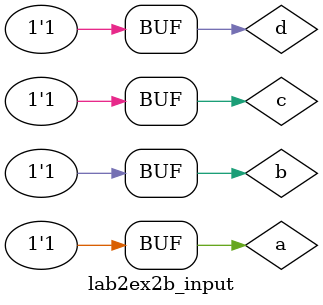
<source format=v>
`timescale 1ns/1ns
`include "lab2ex2b.v"

module lab2ex2b_input();
reg a,b,c,d;
wire f1,f2;
lab2ex2b uut(a,b,c,d,f1,f2);
initial begin

	$dumpfile("lab2ex2b_input.vcd");
	$dumpvars(0, lab2ex2b_input);
	a=0;b=0;c=0;d=0;
	#20;
	a=0;b=0;c=0;d=1;
	#20;
	a=0;b=0;c=1;d=0;
	#20;
	a=0;b=0;c=1;d=1;
	#20;
	a=0;b=1;c=0;d=0;
	#20;
	a=0;b=1;c=0;d=1;
	#20;
	a=0;b=1;c=1;d=0;
	#20;
	a=0;b=1;c=1;d=1;
	#20;
	a=1;b=0;c=0;d=0;
	#20;
	a=1;b=0;c=0;d=1;
	#20;
	a=1;b=0;c=1;d=0;
	#20;
	a=1;b=0;c=1;d=1;
	#20;
	a=1;b=1;c=0;d=0;
	#20;
	a=1;b=1;c=0;d=1;
	#20;
	a=1;b=1;c=1;d=0;
	#20;
	a=1;b=1;c=1;d=1;
	#20;
	$display("Test Complete");
end
endmodule
</source>
